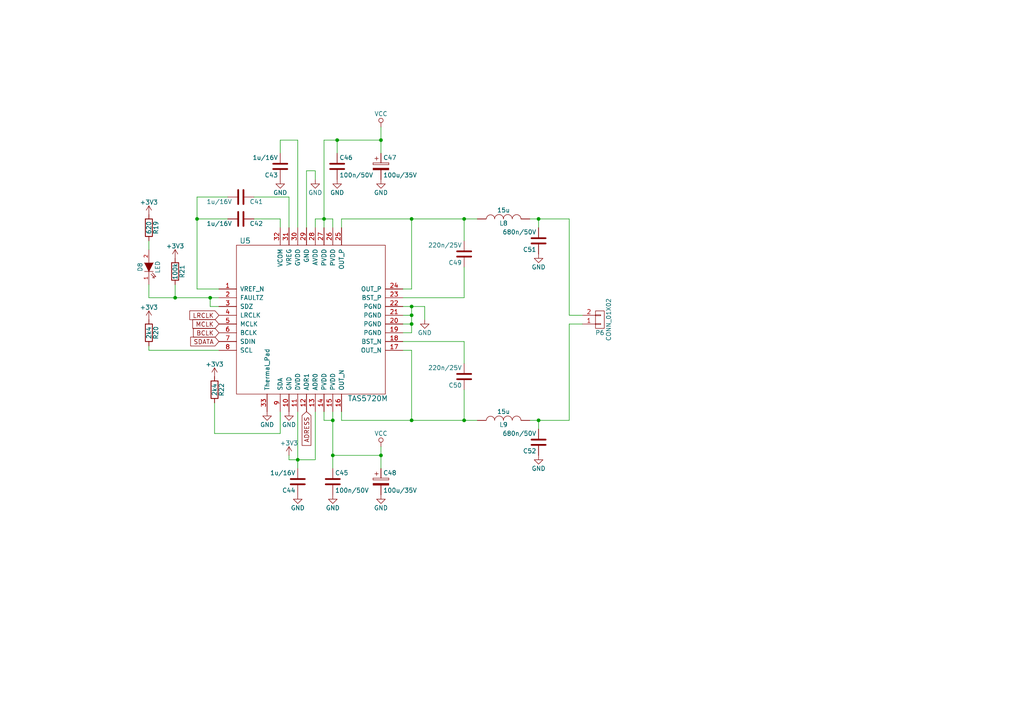
<source format=kicad_sch>
(kicad_sch (version 20231120) (generator "eeschema") (generator_version "8.0")
  (paper "A4")
  (title_block (title "freeDSPx-AMPx4") (date "2017-02-19") (rev "1.0"))
  (lib_symbols
    (symbol "freeDSPx-AMPx4-rescue:+3V3" (power) (pin_names (offset 0))
      (property "Value" "+3V3" (at 0 3.556 0))
      (symbol "+3V3_0_1"
        (polyline (pts (xy -0.762 1.27) (xy 0 2.54)))
        (polyline (pts (xy 0 0) (xy 0 2.54)))
        (polyline (pts (xy 0 2.54) (xy 0.762 1.27)))
      )
      (symbol "+3V3_1_1"
        (pin power_in line (at 0 0 90) (length 0) hide (name "+3V3") (number "1"))
      )
    )
    (symbol "freeDSPx-AMPx4-rescue:C" (pin_numbers hide) (pin_names (offset 0.254))
      (property "Reference" "C" (at 0.635 2.54 0))
      (property "Value" "C" (at 0.635 -2.54 0))
      (symbol "C_0_1"
        (polyline (pts (xy -2.032 -0.762) (xy 2.032 -0.762)) (stroke (width 0.508)))
        (polyline (pts (xy -2.032 0.762) (xy 2.032 0.762)) (stroke (width 0.508)))
      )
      (symbol "C_1_1"
        (pin passive line (at 0 3.81 270) (length 2.794) (name "~") (number "1"))
        (pin passive line (at 0 -3.81 90) (length 2.794) (name "~") (number "2"))
      )
    )
    (symbol "freeDSPx-AMPx4-rescue:CONN_01X02" (pin_names (offset 1.016) hide)
      (property "Reference" "P" (at 0 3.81 0))
      (property "Value" "CONN_01X02" (at 2.54 0 90))
      (symbol "CONN_01X02_0_1"
        (rectangle (start -1.27 -1.143) (end 0.254 -1.397))
        (rectangle (start -1.27 1.397) (end 0.254 1.143))
        (rectangle (start -1.27 2.54) (end 1.27 -2.54))
      )
      (symbol "CONN_01X02_1_1"
        (pin passive line (at -5.08 1.27 0) (length 3.81) (name "P1") (number "1"))
        (pin passive line (at -5.08 -1.27 0) (length 3.81) (name "P2") (number "2"))
      )
    )
    (symbol "freeDSPx-AMPx4-rescue:CP" (pin_numbers hide) (pin_names (offset 0.254))
      (property "Reference" "C" (at 0.635 2.54 0))
      (property "Value" "CP" (at 0.635 -2.54 0))
      (symbol "CP_0_1"
        (rectangle (start -2.286 0.508) (end -2.286 1.016))
        (rectangle (start -2.286 0.508) (end 2.286 0.508))
        (polyline (pts (xy -1.778 2.286) (xy -0.762 2.286)))
        (polyline (pts (xy -1.27 2.794) (xy -1.27 1.778)))
        (rectangle (start 2.286 -0.508) (end -2.286 -1.016) (fill (type outline)))
        (rectangle (start 2.286 1.016) (end -2.286 1.016))
        (rectangle (start 2.286 1.016) (end 2.286 0.508))
      )
      (symbol "CP_1_1"
        (pin passive line (at 0 3.81 270) (length 2.794) (name "~") (number "1"))
        (pin passive line (at 0 -3.81 90) (length 2.794) (name "~") (number "2"))
      )
    )
    (symbol "freeDSPx-AMPx4-rescue:GND" (power) (pin_names (offset 0))
      (property "Value" "GND" (at 0 -3.81 0))
      (symbol "GND_0_1"
        (polyline (pts (xy 0 0) (xy 0 -1.27) (xy 1.27 -1.27) (xy 0 -2.54) (xy -1.27 -1.27) (xy 0 -1.27)))
      )
      (symbol "GND_1_1"
        (pin power_in line (at 0 0 270) (length 0) hide (name "GND") (number "1"))
      )
    )
    (symbol "freeDSPx-AMPx4-rescue:L" (pin_numbers hide) (pin_names (offset 1.016) hide)
      (property "Reference" "L" (at -1.27 0 90))
      (property "Value" "L" (at 2.54 0 90))
      (symbol "L_0_1"
        (arc (start 0.0254 -5.0546) (mid 1.2449 -3.8097) (end 0.0254 -2.54))
        (arc (start 0.0254 -2.5146) (mid 1.2703 -1.2444) (end 0.0254 0.0508))
        (arc (start 0.0254 0.0254) (mid 1.2703 1.2956) (end 0.0254 2.5908))
        (arc (start 0.0254 2.5654) (mid 1.1941 3.7595) (end 0.0254 4.9784))
      )
      (symbol "L_1_1"
        (pin passive line (at 0 7.62 270) (length 2.54) (name "1") (number "1"))
        (pin passive line (at 0 -7.62 90) (length 2.54) (name "2") (number "2"))
      )
    )
    (symbol "freeDSPx-AMPx4-rescue:LED" (pin_names (offset 1.016) hide)
      (property "Reference" "D" (at 0 2.54 0))
      (property "Value" "LED" (at 0 -2.54 0))
      (symbol "LED_0_1"
        (polyline (pts (xy -1.27 1.27) (xy -1.27 -1.27)))
        (polyline (pts (xy -2.032 -0.635) (xy -3.175 -1.651) (xy -3.048 -1.016)))
        (polyline (pts (xy -1.651 -1.016) (xy -2.794 -2.032) (xy -2.667 -1.397)))
        (polyline (pts (xy 1.27 1.27) (xy -1.27 0) (xy 1.27 -1.27)) (fill (type outline)))
      )
      (symbol "LED_1_1"
        (pin passive line (at -5.08 0 0) (length 3.81) (name "K") (number "1"))
        (pin passive line (at 5.08 0 180) (length 3.81) (name "A") (number "2"))
      )
    )
    (symbol "freeDSPx-AMPx4-rescue:R" (pin_numbers hide) (pin_names (offset 0))
      (property "Reference" "R" (at 2.032 0 90))
      (property "Value" "R" (at 0 0 90))
      (symbol "R_0_1"
        (rectangle (start -1.016 -2.54) (end 1.016 2.54) (stroke (width 0.254)))
      )
      (symbol "R_1_1"
        (pin passive line (at 0 3.81 270) (length 1.27) (name "~") (number "1"))
        (pin passive line (at 0 -3.81 90) (length 1.27) (name "~") (number "2"))
      )
    )
    (symbol "freeDSPx-AMPx4-rescue:TAS5720" (pin_names (offset 1.016))
      (property "Reference" "U" (at -19.05 22.86 0))
      (property "Value" "TAS5720" (at 16.51 -22.86 0))
      (symbol "TAS5720_0_1"
        (rectangle (start -21.59 21.59) (end 21.59 -21.59))
      )
      (symbol "TAS5720_1_1"
        (pin input line (at -26.67 8.89 0) (length 5.08) (name "VREF_N") (number "1"))
        (pin input line (at -6.35 -26.67 90) (length 5.08) (name "GND") (number "10"))
        (pin input line (at -3.81 -26.67 90) (length 5.08) (name "DVDD") (number "11"))
        (pin input line (at -1.27 -26.67 90) (length 5.08) (name "ADR1") (number "12"))
        (pin input line (at 1.27 -26.67 90) (length 5.08) (name "ADR0") (number "13"))
        (pin input line (at 3.81 -26.67 90) (length 5.08) (name "PVDD") (number "14"))
        (pin input line (at 6.35 -26.67 90) (length 5.08) (name "PVDD") (number "15"))
        (pin input line (at 8.89 -26.67 90) (length 5.08) (name "OUT_N") (number "16"))
        (pin input line (at 26.67 -8.89 180) (length 5.08) (name "OUT_N") (number "17"))
        (pin input line (at 26.67 -6.35 180) (length 5.08) (name "BST_N") (number "18"))
        (pin input line (at 26.67 -3.81 180) (length 5.08) (name "PGND") (number "19"))
        (pin input line (at -26.67 6.35 0) (length 5.08) (name "FAULTZ") (number "2"))
        (pin input line (at 26.67 -1.27 180) (length 5.08) (name "PGND") (number "20"))
        (pin input line (at 26.67 1.27 180) (length 5.08) (name "PGND") (number "21"))
        (pin input line (at 26.67 3.81 180) (length 5.08) (name "PGND") (number "22"))
        (pin input line (at 26.67 6.35 180) (length 5.08) (name "BST_P") (number "23"))
        (pin input line (at 26.67 8.89 180) (length 5.08) (name "OUT_P") (number "24"))
        (pin input line (at 8.89 26.67 270) (length 5.08) (name "OUT_P") (number "25"))
        (pin input line (at 6.35 26.67 270) (length 5.08) (name "PVDD") (number "26"))
        (pin input line (at 3.81 26.67 270) (length 5.08) (name "PVDD") (number "27"))
        (pin input line (at 1.27 26.67 270) (length 5.08) (name "AVDD") (number "28"))
        (pin input line (at -1.27 26.67 270) (length 5.08) (name "GND") (number "29"))
        (pin input line (at -26.67 3.81 0) (length 5.08) (name "SDZ") (number "3"))
        (pin input line (at -3.81 26.67 270) (length 5.08) (name "GVDD") (number "30"))
        (pin input line (at -6.35 26.67 270) (length 5.08) (name "VREG") (number "31"))
        (pin input line (at -8.89 26.67 270) (length 5.08) (name "VCOM") (number "32"))
        (pin input line (at -12.7 -26.67 90) (length 5.08) (name "Thermal_Pad") (number "33"))
        (pin input line (at -26.67 1.27 0) (length 5.08) (name "LRCLK") (number "4"))
        (pin input line (at -26.67 -1.27 0) (length 5.08) (name "MCLK") (number "5"))
        (pin input line (at -26.67 -3.81 0) (length 5.08) (name "BCLK") (number "6"))
        (pin input line (at -26.67 -6.35 0) (length 5.08) (name "SDIN") (number "7"))
        (pin input line (at -26.67 -8.89 0) (length 5.08) (name "SCL") (number "8"))
        (pin input line (at -8.89 -26.67 90) (length 5.08) (name "SDA") (number "9"))
      )
    )
    (symbol "freeDSPx-AMPx4-rescue:VCC" (power) (pin_names (offset 0))
      (property "Value" "VCC" (at 0 3.81 0))
      (symbol "VCC_0_1"
        (polyline (pts (xy 0 0) (xy 0 1.27)))
        (circle (center 0 1.905) (radius 0.635))
      )
      (symbol "VCC_1_1"
        (pin power_in line (at 0 0 90) (length 0) hide (name "VCC") (number "1"))
      )
    )
  )
  (junction (at 156.21 63.5))
  (junction (at 134.62 121.92))
  (junction (at 97.79 40.64))
  (junction (at 110.49 40.64))
  (junction (at 93.98 63.5))
  (junction (at 119.38 121.92))
  (junction (at 134.62 63.5))
  (junction (at 57.15 63.5))
  (junction (at 110.49 132.08))
  (junction (at 96.52 132.08))
  (junction (at 119.38 88.9))
  (junction (at 119.38 91.44))
  (junction (at 119.38 93.98))
  (junction (at 96.52 121.92))
  (junction (at 86.36 133.35))
  (junction (at 156.21 121.92))
  (junction (at 60.96 86.36))
  (junction (at 119.38 63.5))
  (junction (at 50.8 86.36))
  (wire (pts (xy 110.49 40.64) (xy 110.49 44.45)))
  (wire (pts (xy 81.28 63.5) (xy 73.66 63.5)))
  (wire (pts (xy 83.82 133.35) (xy 83.82 132.08)))
  (wire (pts (xy 93.98 63.5) (xy 93.98 66.04)))
  (wire (pts (xy 119.38 121.92) (xy 119.38 101.6)))
  (wire (pts (xy 86.36 133.35) (xy 83.82 133.35)))
  (wire (pts (xy 91.44 133.35) (xy 86.36 133.35)))
  (wire (pts (xy 119.38 63.5) (xy 134.62 63.5)))
  (wire (pts (xy 60.96 86.36) (xy 63.5 86.36)))
  (wire (pts (xy 153.67 63.5) (xy 156.21 63.5)))
  (wire (pts (xy 81.28 66.04) (xy 81.28 63.5)))
  (wire (pts (xy 81.28 119.38) (xy 81.28 125.73)))
  (wire (pts (xy 88.9 49.53) (xy 88.9 66.04)))
  (wire (pts (xy 116.84 86.36) (xy 134.62 86.36)))
  (wire (pts (xy 57.15 57.15) (xy 66.04 57.15)))
  (wire (pts (xy 43.18 72.39) (xy 43.18 69.85)))
  (wire (pts (xy 110.49 132.08) (xy 110.49 135.89)))
  (wire (pts (xy 57.15 63.5) (xy 57.15 83.82)))
  (wire (pts (xy 119.38 93.98) (xy 116.84 93.98)))
  (wire (pts (xy 93.98 119.38) (xy 93.98 121.92)))
  (wire (pts (xy 83.82 57.15) (xy 73.66 57.15)))
  (wire (pts (xy 96.52 132.08) (xy 110.49 132.08)))
  (wire (pts (xy 119.38 91.44) (xy 116.84 91.44)))
  (wire (pts (xy 93.98 40.64) (xy 93.98 63.5)))
  (wire (pts (xy 96.52 63.5) (xy 96.52 66.04)))
  (wire (pts (xy 91.44 119.38) (xy 91.44 133.35)))
  (wire (pts (xy 97.79 40.64) (xy 110.49 40.64)))
  (wire (pts (xy 96.52 121.92) (xy 96.52 132.08)))
  (wire (pts (xy 110.49 129.54) (xy 110.49 132.08)))
  (wire (pts (xy 165.1 121.92) (xy 156.21 121.92)))
  (wire (pts (xy 81.28 40.64) (xy 81.28 44.45)))
  (wire (pts (xy 119.38 83.82) (xy 116.84 83.82)))
  (wire (pts (xy 165.1 63.5) (xy 165.1 91.44)))
  (wire (pts (xy 110.49 36.83) (xy 110.49 40.64)))
  (wire (pts (xy 134.62 113.03) (xy 134.62 121.92)))
  (wire (pts (xy 99.06 66.04) (xy 99.06 63.5)))
  (wire (pts (xy 86.36 40.64) (xy 81.28 40.64)))
  (wire (pts (xy 57.15 83.82) (xy 63.5 83.82)))
  (wire (pts (xy 134.62 121.92) (xy 138.43 121.92)))
  (wire (pts (xy 57.15 57.15) (xy 57.15 63.5)))
  (wire (pts (xy 99.06 63.5) (xy 119.38 63.5)))
  (wire (pts (xy 156.21 63.5) (xy 165.1 63.5)))
  (wire (pts (xy 93.98 63.5) (xy 96.52 63.5)))
  (wire (pts (xy 91.44 66.04) (xy 91.44 63.5)))
  (wire (pts (xy 119.38 101.6) (xy 116.84 101.6)))
  (wire (pts (xy 119.38 63.5) (xy 119.38 83.82)))
  (wire (pts (xy 88.9 49.53) (xy 91.44 49.53)))
  (wire (pts (xy 134.62 86.36) (xy 134.62 77.47)))
  (wire (pts (xy 81.28 125.73) (xy 62.23 125.73)))
  (wire (pts (xy 119.38 88.9) (xy 119.38 91.44)))
  (wire (pts (xy 60.96 88.9) (xy 60.96 86.36)))
  (wire (pts (xy 165.1 93.98) (xy 168.91 93.98)))
  (wire (pts (xy 119.38 91.44) (xy 119.38 93.98)))
  (wire (pts (xy 43.18 86.36) (xy 43.18 82.55)))
  (wire (pts (xy 165.1 93.98) (xy 165.1 121.92)))
  (wire (pts (xy 93.98 121.92) (xy 96.52 121.92)))
  (wire (pts (xy 119.38 88.9) (xy 123.19 88.9)))
  (wire (pts (xy 91.44 63.5) (xy 93.98 63.5)))
  (wire (pts (xy 43.18 101.6) (xy 63.5 101.6)))
  (wire (pts (xy 99.06 121.92) (xy 119.38 121.92)))
  (wire (pts (xy 43.18 101.6) (xy 43.18 100.33)))
  (wire (pts (xy 119.38 96.52) (xy 116.84 96.52)))
  (wire (pts (xy 63.5 88.9) (xy 60.96 88.9)))
  (wire (pts (xy 97.79 44.45) (xy 97.79 40.64)))
  (wire (pts (xy 134.62 69.85) (xy 134.62 63.5)))
  (wire (pts (xy 86.36 40.64) (xy 86.36 66.04)))
  (wire (pts (xy 86.36 119.38) (xy 86.36 133.35)))
  (wire (pts (xy 86.36 133.35) (xy 86.36 135.89)))
  (wire (pts (xy 62.23 125.73) (xy 62.23 116.84)))
  (wire (pts (xy 165.1 91.44) (xy 168.91 91.44)))
  (wire (pts (xy 93.98 40.64) (xy 97.79 40.64)))
  (wire (pts (xy 156.21 63.5) (xy 156.21 66.04)))
  (wire (pts (xy 119.38 121.92) (xy 134.62 121.92)))
  (wire (pts (xy 156.21 121.92) (xy 156.21 124.46)))
  (wire (pts (xy 134.62 63.5) (xy 138.43 63.5)))
  (wire (pts (xy 156.21 121.92) (xy 153.67 121.92)))
  (wire (pts (xy 123.19 88.9) (xy 123.19 92.71)))
  (wire (pts (xy 119.38 93.98) (xy 119.38 96.52)))
  (wire (pts (xy 116.84 88.9) (xy 119.38 88.9)))
  (wire (pts (xy 83.82 66.04) (xy 83.82 57.15)))
  (wire (pts (xy 99.06 119.38) (xy 99.06 121.92)))
  (wire (pts (xy 96.52 132.08) (xy 96.52 135.89)))
  (wire (pts (xy 96.52 119.38) (xy 96.52 121.92)))
  (wire (pts (xy 116.84 99.06) (xy 134.62 99.06)))
  (wire (pts (xy 91.44 49.53) (xy 91.44 52.07)))
  (wire (pts (xy 57.15 63.5) (xy 66.04 63.5)))
  (wire (pts (xy 50.8 86.36) (xy 60.96 86.36)))
  (wire (pts (xy 50.8 86.36) (xy 50.8 82.55)))
  (wire (pts (xy 43.18 86.36) (xy 50.8 86.36)))
  (wire (pts (xy 134.62 99.06) (xy 134.62 105.41)))
  (global_label "SDATA" (shape input) (at 63.5 99.06 180) (effects (font (size 1.2954 1.2954))) (property "Intersheetrefs" "${INTERSHEET_REFS}" (effects (hide yes))))
  (global_label "BCLK" (shape input) (at 63.5 96.52 180) (effects (font (size 1.2954 1.2954))) (property "Intersheetrefs" "${INTERSHEET_REFS}" (effects (hide yes))))
  (global_label "LRCLK" (shape input) (at 63.5 91.44 180) (effects (font (size 1.2954 1.2954))) (property "Intersheetrefs" "${INTERSHEET_REFS}" (effects (hide yes))))
  (global_label "ADRESS" (shape input) (at 88.9 119.38 270) (effects (font (size 1.2954 1.2954))) (property "Intersheetrefs" "${INTERSHEET_REFS}" (effects (hide yes))))
  (global_label "MCLK" (shape input) (at 63.5 93.98 180) (effects (font (size 1.2954 1.2954))) (property "Intersheetrefs" "${INTERSHEET_REFS}" (effects (hide yes))))
  (symbol (lib_id "freeDSPx-AMPx4-rescue:TAS5720") (at 90.17 92.71 0) (unit 1)
    (property "Reference" "U5" (at 71.12 69.85 0) (effects (font (size 1.524 1.524))))
    (property "Value" "TAS5720M" (at 106.68 115.57 0) (effects (font (size 1.524 1.524))))
    (property "Footprint" "Library:VQFN-32-handsolder" (effects (hide yes)))
    (property "Datasheet" "http://www.ti.com/lit/ds/symlink/tas5720m.pdf" (effects (hide yes)))
    (property "Mouser_Part_No" "595-TAS5720MRSMT" (effects (hide yes)))
  )
  (symbol (lib_id "freeDSPx-AMPx4-rescue:GND") (at 123.19 92.71 0) (unit 1)
    (property "Reference" "#PWR077" (effects (hide yes)))
    (property "Value" "GND" (at 123.19 96.52 0))
  )
  (symbol (lib_id "freeDSPx-AMPx4-rescue:GND") (at 83.82 119.38 0) (unit 1)
    (property "Reference" "#PWR078" (effects (hide yes)))
    (property "Value" "GND" (at 83.82 123.19 0))
  )
  (symbol (lib_id "freeDSPx-AMPx4-rescue:C") (at 97.79 48.26 0) (unit 1)
    (property "Reference" "C46" (at 98.425 45.72 0) (effects (justify left)))
    (property "Value" "100n/50V" (at 98.425 50.8 0) (effects (justify left)))
    (property "Footprint" "fdsp_capacitor:C_0603" (effects (hide yes)))
    (property "Datasheet" "http://www.murata.com/products/catalog/pdf/c02e.pdf" (effects (hide yes)))
    (property "Mouser_Part_No" "81-GRM39X104K50D" (effects (hide yes)))
  )
  (symbol (lib_id "freeDSPx-AMPx4-rescue:GND") (at 97.79 52.07 0) (unit 1)
    (property "Reference" "#PWR079" (effects (hide yes)))
    (property "Value" "GND" (at 97.79 55.88 0))
  )
  (symbol (lib_id "freeDSPx-AMPx4-rescue:GND") (at 110.49 52.07 0) (unit 1)
    (property "Reference" "#PWR080" (effects (hide yes)))
    (property "Value" "GND" (at 110.49 55.88 0))
  )
  (symbol (lib_id "freeDSPx-AMPx4-rescue:C") (at 134.62 73.66 180) (unit 1)
    (property "Reference" "C49" (at 133.985 76.2 0) (effects (justify left)))
    (property "Value" "220n/25V" (at 133.985 71.12 0) (effects (justify left)))
    (property "Footprint" "fdsp_capacitor:C_0603" (effects (hide yes)))
    (property "Datasheet" "http://www.murata.com/products/catalog/pdf/c02e.pdf" (effects (hide yes)))
    (property "Mouser_Part_No" "81-GRM18R71E223KA01J" (effects (hide yes)))
  )
  (symbol (lib_id "freeDSPx-AMPx4-rescue:+3V3") (at 83.82 132.08 0) (unit 1)
    (property "Reference" "#PWR081" (effects (hide yes)))
    (property "Value" "+3V3" (at 83.82 128.524 0))
  )
  (symbol (lib_id "freeDSPx-AMPx4-rescue:GND") (at 86.36 143.51 0) (unit 1)
    (property "Reference" "#PWR082" (effects (hide yes)))
    (property "Value" "GND" (at 86.36 147.32 0))
  )
  (symbol (lib_id "freeDSPx-AMPx4-rescue:GND") (at 96.52 143.51 0) (unit 1)
    (property "Reference" "#PWR083" (effects (hide yes)))
    (property "Value" "GND" (at 96.52 147.32 0))
  )
  (symbol (lib_id "freeDSPx-AMPx4-rescue:GND") (at 110.49 143.51 0) (unit 1)
    (property "Reference" "#PWR084" (effects (hide yes)))
    (property "Value" "GND" (at 110.49 147.32 0))
  )
  (symbol (lib_id "freeDSPx-AMPx4-rescue:VCC") (at 110.49 36.83 0) (unit 1)
    (property "Reference" "#PWR085" (effects (hide yes)))
    (property "Value" "VCC" (at 110.49 33.02 0))
  )
  (symbol (lib_id "freeDSPx-AMPx4-rescue:VCC") (at 110.49 129.54 0) (unit 1)
    (property "Reference" "#PWR086" (effects (hide yes)))
    (property "Value" "VCC" (at 110.49 125.73 0))
  )
  (symbol (lib_id "freeDSPx-AMPx4-rescue:GND") (at 77.47 119.38 0) (unit 1)
    (property "Reference" "#PWR087" (effects (hide yes)))
    (property "Value" "GND" (at 77.47 123.19 0))
  )
  (symbol (lib_id "freeDSPx-AMPx4-rescue:C") (at 81.28 48.26 180) (unit 1)
    (property "Reference" "C43" (at 80.645 50.8 0) (effects (justify left)))
    (property "Value" "1u/16V" (at 80.645 45.72 0) (effects (justify left)))
    (property "Footprint" "fdsp_capacitor:C_0603" (effects (hide yes)))
    (property "Datasheet" "http://www.murata.com/products/catalog/pdf/c02e.pdf" (effects (hide yes)))
    (property "Mouser_Part_No" "81-GRM188R71C105KE5D" (effects (hide yes)))
  )
  (symbol (lib_id "freeDSPx-AMPx4-rescue:L") (at 146.05 63.5 90) (unit 1)
    (property "Reference" "L8" (at 146.05 64.77 90))
    (property "Value" "15u" (at 146.05 60.96 90))
    (property "Footprint" "fdsp_inductor:Choke_SMD_6.0x6.0" (effects (hide yes)))
    (property "Datasheet" "http://www.mouser.com/ds/2/281/product-1023288.pdf" (effects (hide yes)))
    (property "Mouser_Part_No" "81-1264EY-150MP3" (effects (hide yes)))
  )
  (symbol (lib_id "freeDSPx-AMPx4-rescue:C") (at 156.21 69.85 180) (unit 1)
    (property "Reference" "C51" (at 155.575 72.39 0) (effects (justify left)))
    (property "Value" "680n/50V" (at 155.575 67.31 0) (effects (justify left)))
    (property "Footprint" "fdsp_capacitor:C_1206" (effects (hide yes)))
    (property "Datasheet" "http://www.murata.com/products/catalog/pdf/c03e.pdf" (effects (hide yes)))
    (property "Mouser_Part_No" "81-GCM31CR71H684KA7L" (effects (hide yes)))
  )
  (symbol (lib_id "freeDSPx-AMPx4-rescue:GND") (at 156.21 73.66 0) (unit 1)
    (property "Reference" "#PWR088" (effects (hide yes)))
    (property "Value" "GND" (at 156.21 77.47 0))
  )
  (symbol (lib_id "freeDSPx-AMPx4-rescue:GND") (at 156.21 132.08 0) (unit 1)
    (property "Reference" "#PWR089" (effects (hide yes)))
    (property "Value" "GND" (at 156.21 135.89 0))
  )
  (symbol (lib_id "freeDSPx-AMPx4-rescue:CP") (at 110.49 48.26 0) (unit 1)
    (property "Reference" "C47" (at 111.125 45.72 0) (effects (justify left)))
    (property "Value" "100u/35V" (at 111.125 50.8 0) (effects (justify left)))
    (property "Footprint" "fdsp_capacitor:C_Radial_D8_L11.5_P3.5" (effects (hide yes)))
    (property "Datasheet" "http://www.mouser.com/ds/2/315/ABA0000C1012-947489.pdf" (effects (hide yes)))
    (property "Mouser_Part_No" "667-EEU-FC1V101" (effects (hide yes)))
  )
  (symbol (lib_id "freeDSPx-AMPx4-rescue:R") (at 50.8 78.74 0) (unit 1)
    (property "Reference" "R21" (at 52.832 78.74 90))
    (property "Value" "100k" (at 50.8 78.74 90))
    (property "Footprint" "fdsp_resistor:R_0603" (effects (hide yes)))
    (property "Datasheet" "http://www.mouser.com/ds/2/427/dcrcwe3-109170.pdf" (effects (hide yes)))
    (property "Mouser_Part_No" "71-CRCW0603-100K-E3" (effects (hide yes)))
  )
  (symbol (lib_id "freeDSPx-AMPx4-rescue:LED") (at 43.18 77.47 90) (unit 1)
    (property "Reference" "D8" (at 40.64 77.47 0))
    (property "Value" "LED" (at 45.72 77.47 0))
    (property "Footprint" "fdsp_capacitor:C_0603" (effects (hide yes)))
    (property "Datasheet" "http://www.mouser.com/ds/2/445/150060RS75000-368563.pdf" (effects (hide yes)))
    (property "Mouser_Part_No" "710-150080RS75000" (effects (hide yes)))
  )
  (symbol (lib_id "freeDSPx-AMPx4-rescue:R") (at 43.18 66.04 0) (unit 1)
    (property "Reference" "R19" (at 45.212 66.04 90))
    (property "Value" "620" (at 43.18 66.04 90))
    (property "Footprint" "fdsp_resistor:R_0603" (effects (hide yes)))
    (property "Datasheet" "http://www.mouser.com/ds/2/427/dcrcwe3-109170.pdf" (effects (hide yes)))
    (property "Mouser_Part_No" "71-CRCW0603-620-E3" (effects (hide yes)))
  )
  (symbol (lib_id "freeDSPx-AMPx4-rescue:+3V3") (at 50.8 74.93 0) (unit 1)
    (property "Reference" "#PWR090" (effects (hide yes)))
    (property "Value" "+3V3" (at 50.8 71.374 0))
  )
  (symbol (lib_id "freeDSPx-AMPx4-rescue:+3V3") (at 43.18 62.23 0) (unit 1)
    (property "Reference" "#PWR091" (effects (hide yes)))
    (property "Value" "+3V3" (at 43.18 58.674 0))
  )
  (symbol (lib_id "freeDSPx-AMPx4-rescue:R") (at 43.18 96.52 0) (unit 1)
    (property "Reference" "R20" (at 45.212 96.52 90))
    (property "Value" "2k4" (at 43.18 96.52 90))
    (property "Footprint" "fdsp_resistor:R_0603" (effects (hide yes)))
    (property "Datasheet" "http://www.mouser.com/ds/2/427/dcrcwe3-109170.pdf" (effects (hide yes)))
    (property "Mouser_Part_No" "71-CRCW0603-2.4K-E3" (effects (hide yes)))
  )
  (symbol (lib_id "freeDSPx-AMPx4-rescue:+3V3") (at 43.18 92.71 0) (unit 1)
    (property "Reference" "#PWR092" (effects (hide yes)))
    (property "Value" "+3V3" (at 43.18 89.154 0))
  )
  (symbol (lib_id "freeDSPx-AMPx4-rescue:+3V3") (at 62.23 109.22 0) (unit 1)
    (property "Reference" "#PWR093" (effects (hide yes)))
    (property "Value" "+3V3" (at 62.23 105.664 0))
  )
  (symbol (lib_id "freeDSPx-AMPx4-rescue:GND") (at 81.28 52.07 0) (unit 1)
    (property "Reference" "#PWR094" (effects (hide yes)))
    (property "Value" "GND" (at 81.28 55.88 0))
  )
  (symbol (lib_id "freeDSPx-AMPx4-rescue:GND") (at 91.44 52.07 0) (unit 1)
    (property "Reference" "#PWR095" (effects (hide yes)))
    (property "Value" "GND" (at 91.44 55.88 0))
  )
  (symbol (lib_id "freeDSPx-AMPx4-rescue:CONN_01X02") (at 173.99 92.71 0) (mirror x) (unit 1)
    (property "Reference" "P6" (at 173.99 96.52 0))
    (property "Value" "CONN_01X02" (at 176.53 92.71 90))
    (property "Footprint" "fdsp_connector:RIACON101-2" (effects (hide yes)))
    (property "Datasheet" "http://www.mouser.com/ds/2/418/NG_CD_796911_B2-715370.pdf" (effects (hide yes)))
    (property "Mouser_Part_No" "571-796911-2" (effects (hide yes)))
  )
  (symbol (lib_id "freeDSPx-AMPx4-rescue:C") (at 156.21 128.27 180) (unit 1)
    (property "Reference" "C52" (at 155.575 130.81 0) (effects (justify left)))
    (property "Value" "680n/50V" (at 155.575 125.73 0) (effects (justify left)))
    (property "Footprint" "fdsp_capacitor:C_1206" (effects (hide yes)))
    (property "Datasheet" "http://www.murata.com/products/catalog/pdf/c03e.pdf" (effects (hide yes)))
    (property "Mouser_Part_No" "81-GCM31CR71H684KA7L" (effects (hide yes)))
  )
  (symbol (lib_id "freeDSPx-AMPx4-rescue:L") (at 146.05 121.92 90) (unit 1)
    (property "Reference" "L9" (at 146.05 123.19 90))
    (property "Value" "15u" (at 146.05 119.38 90))
    (property "Footprint" "fdsp_inductor:Choke_SMD_6.0x6.0" (effects (hide yes)))
    (property "Datasheet" "http://www.mouser.com/ds/2/281/product-1023288.pdf" (effects (hide yes)))
    (property "Mouser_Part_No" "81-1264EY-150MP3" (effects (hide yes)))
  )
  (symbol (lib_id "freeDSPx-AMPx4-rescue:C") (at 134.62 109.22 180) (unit 1)
    (property "Reference" "C50" (at 133.985 111.76 0) (effects (justify left)))
    (property "Value" "220n/25V" (at 133.985 106.68 0) (effects (justify left)))
    (property "Footprint" "fdsp_capacitor:C_0603" (effects (hide yes)))
    (property "Datasheet" "http://www.murata.com/products/catalog/pdf/c02e.pdf" (effects (hide yes)))
    (property "Mouser_Part_No" "81-GRM18R71E223KA01J" (effects (hide yes)))
  )
  (symbol (lib_id "freeDSPx-AMPx4-rescue:C") (at 69.85 57.15 270) (unit 1)
    (property "Reference" "C41" (at 72.39 57.785 90) (effects (justify left top)))
    (property "Value" "1u/16V" (at 67.31 57.785 90) (effects (justify right top)))
    (property "Footprint" "fdsp_capacitor:C_0603" (effects (hide yes)))
    (property "Datasheet" "http://www.murata.com/products/catalog/pdf/c02e.pdf" (effects (hide yes)))
    (property "Mouser_Part_No" "81-GRM188R71C105KE5D" (effects (hide yes)))
  )
  (symbol (lib_id "freeDSPx-AMPx4-rescue:C") (at 86.36 139.7 180) (unit 1)
    (property "Reference" "C44" (at 85.725 142.24 0) (effects (justify left)))
    (property "Value" "1u/16V" (at 85.725 137.16 0) (effects (justify left)))
    (property "Footprint" "fdsp_capacitor:C_0603" (effects (hide yes)))
    (property "Datasheet" "http://www.murata.com/products/catalog/pdf/c02e.pdf" (effects (hide yes)))
    (property "Mouser_Part_No" "81-GRM188R71C105KE5D" (effects (hide yes)))
  )
  (symbol (lib_id "freeDSPx-AMPx4-rescue:C") (at 96.52 139.7 0) (unit 1)
    (property "Reference" "C45" (at 97.155 137.16 0) (effects (justify left)))
    (property "Value" "100n/50V" (at 97.155 142.24 0) (effects (justify left)))
    (property "Footprint" "fdsp_capacitor:C_0603" (effects (hide yes)))
    (property "Datasheet" "http://www.murata.com/products/catalog/pdf/c02e.pdf" (effects (hide yes)))
    (property "Mouser_Part_No" "81-GRM39X104K50D" (effects (hide yes)))
  )
  (symbol (lib_id "freeDSPx-AMPx4-rescue:R") (at 62.23 113.03 0) (unit 1)
    (property "Reference" "R22" (at 64.262 113.03 90))
    (property "Value" "2k4" (at 62.23 113.03 90))
    (property "Footprint" "fdsp_resistor:R_0603" (effects (hide yes)))
    (property "Datasheet" "http://www.mouser.com/ds/2/427/dcrcwe3-109170.pdf" (effects (hide yes)))
    (property "Mouser_Part_No" "71-CRCW0603-2.4K-E3" (effects (hide yes)))
  )
  (symbol (lib_id "freeDSPx-AMPx4-rescue:CP") (at 110.49 139.7 0) (unit 1)
    (property "Reference" "C48" (at 111.125 137.16 0) (effects (justify left)))
    (property "Value" "100u/35V" (at 111.125 142.24 0) (effects (justify left)))
    (property "Footprint" "fdsp_capacitor:C_Radial_D8_L11.5_P3.5" (effects (hide yes)))
    (property "Datasheet" "http://www.mouser.com/ds/2/315/ABA0000C1012-947489.pdf" (effects (hide yes)))
    (property "Mouser_Part_No" "667-EEU-FC1V101" (effects (hide yes)))
  )
  (symbol (lib_id "freeDSPx-AMPx4-rescue:C") (at 69.85 63.5 270) (unit 1)
    (property "Reference" "C42" (at 72.39 64.135 90) (effects (justify left top)))
    (property "Value" "1u/16V" (at 67.31 64.135 90) (effects (justify right top)))
    (property "Footprint" "fdsp_capacitor:C_0603" (effects (hide yes)))
    (property "Datasheet" "http://www.murata.com/products/catalog/pdf/c02e.pdf" (effects (hide yes)))
    (property "Mouser_Part_No" "81-GRM188R71C105KE5D" (effects (hide yes)))
  )
)
</source>
